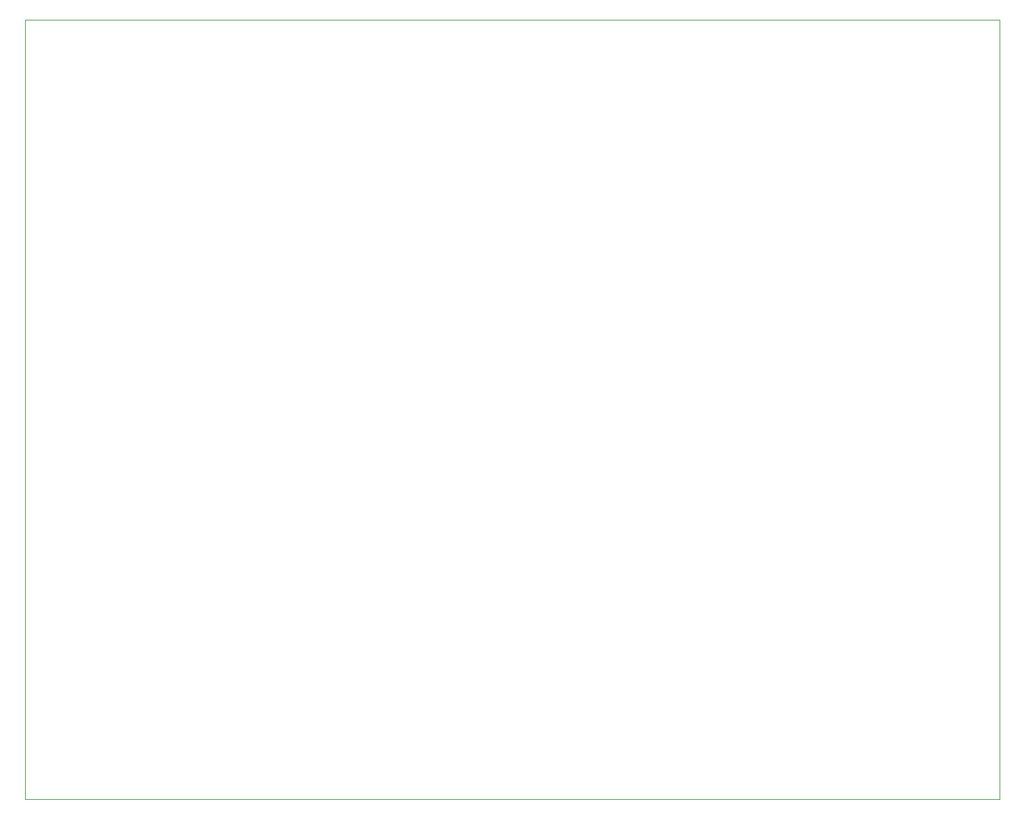
<source format=gbr>
%TF.GenerationSoftware,KiCad,Pcbnew,7.0.5*%
%TF.CreationDate,2024-05-19T08:19:49-04:00*%
%TF.ProjectId,homeWork2,686f6d65-576f-4726-9b32-2e6b69636164,V2*%
%TF.SameCoordinates,Original*%
%TF.FileFunction,Profile,NP*%
%FSLAX46Y46*%
G04 Gerber Fmt 4.6, Leading zero omitted, Abs format (unit mm)*
G04 Created by KiCad (PCBNEW 7.0.5) date 2024-05-19 08:19:49*
%MOMM*%
%LPD*%
G01*
G04 APERTURE LIST*
%TA.AperFunction,Profile*%
%ADD10C,0.100000*%
%TD*%
G04 APERTURE END LIST*
D10*
X50000000Y-50000000D02*
X175000000Y-50000000D01*
X175000000Y-149950000D01*
X50000000Y-149950000D01*
X50000000Y-50000000D01*
M02*

</source>
